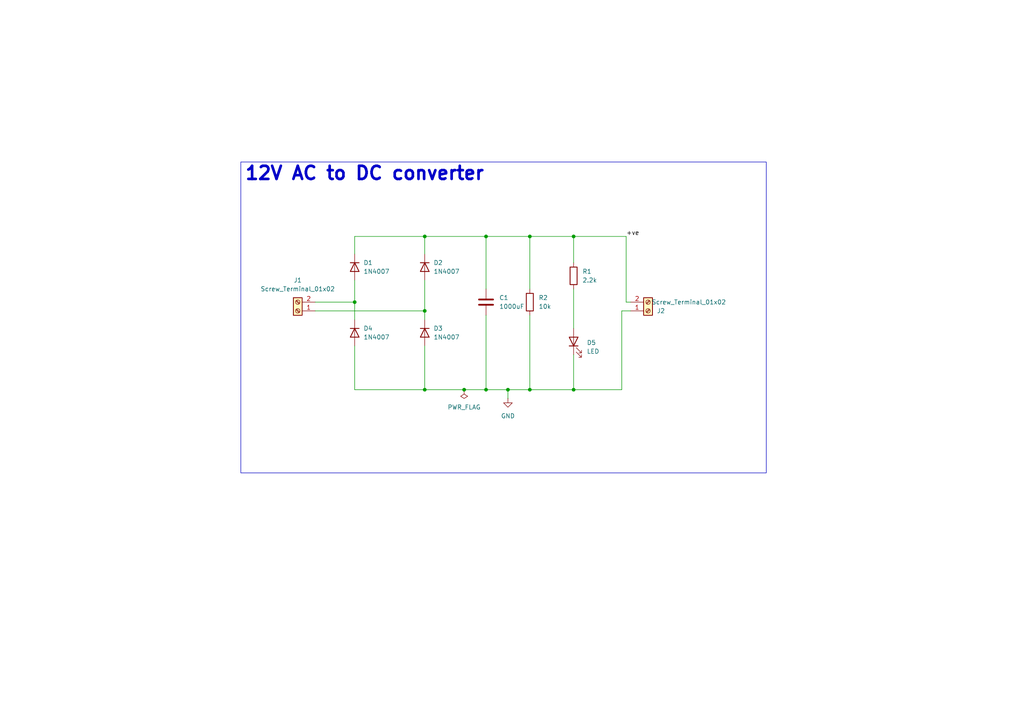
<source format=kicad_sch>
(kicad_sch
	(version 20250114)
	(generator "eeschema")
	(generator_version "9.0")
	(uuid "b3c9fc25-eb2a-4544-8fcf-d8960f14bc2b")
	(paper "A4")
	(title_block
		(title "AC to DC Converter")
		(date "2025-08-29")
		(company "Practice")
	)
	(lib_symbols
		(symbol "Connector:Screw_Terminal_01x02"
			(pin_names
				(offset 1.016)
				(hide yes)
			)
			(exclude_from_sim no)
			(in_bom yes)
			(on_board yes)
			(property "Reference" "J"
				(at 0 2.54 0)
				(effects
					(font
						(size 1.27 1.27)
					)
				)
			)
			(property "Value" "Screw_Terminal_01x02"
				(at 0 -5.08 0)
				(effects
					(font
						(size 1.27 1.27)
					)
				)
			)
			(property "Footprint" ""
				(at 0 0 0)
				(effects
					(font
						(size 1.27 1.27)
					)
					(hide yes)
				)
			)
			(property "Datasheet" "~"
				(at 0 0 0)
				(effects
					(font
						(size 1.27 1.27)
					)
					(hide yes)
				)
			)
			(property "Description" "Generic screw terminal, single row, 01x02, script generated (kicad-library-utils/schlib/autogen/connector/)"
				(at 0 0 0)
				(effects
					(font
						(size 1.27 1.27)
					)
					(hide yes)
				)
			)
			(property "ki_keywords" "screw terminal"
				(at 0 0 0)
				(effects
					(font
						(size 1.27 1.27)
					)
					(hide yes)
				)
			)
			(property "ki_fp_filters" "TerminalBlock*:*"
				(at 0 0 0)
				(effects
					(font
						(size 1.27 1.27)
					)
					(hide yes)
				)
			)
			(symbol "Screw_Terminal_01x02_1_1"
				(rectangle
					(start -1.27 1.27)
					(end 1.27 -3.81)
					(stroke
						(width 0.254)
						(type default)
					)
					(fill
						(type background)
					)
				)
				(polyline
					(pts
						(xy -0.5334 0.3302) (xy 0.3302 -0.508)
					)
					(stroke
						(width 0.1524)
						(type default)
					)
					(fill
						(type none)
					)
				)
				(polyline
					(pts
						(xy -0.5334 -2.2098) (xy 0.3302 -3.048)
					)
					(stroke
						(width 0.1524)
						(type default)
					)
					(fill
						(type none)
					)
				)
				(polyline
					(pts
						(xy -0.3556 0.508) (xy 0.508 -0.3302)
					)
					(stroke
						(width 0.1524)
						(type default)
					)
					(fill
						(type none)
					)
				)
				(polyline
					(pts
						(xy -0.3556 -2.032) (xy 0.508 -2.8702)
					)
					(stroke
						(width 0.1524)
						(type default)
					)
					(fill
						(type none)
					)
				)
				(circle
					(center 0 0)
					(radius 0.635)
					(stroke
						(width 0.1524)
						(type default)
					)
					(fill
						(type none)
					)
				)
				(circle
					(center 0 -2.54)
					(radius 0.635)
					(stroke
						(width 0.1524)
						(type default)
					)
					(fill
						(type none)
					)
				)
				(pin passive line
					(at -5.08 0 0)
					(length 3.81)
					(name "Pin_1"
						(effects
							(font
								(size 1.27 1.27)
							)
						)
					)
					(number "1"
						(effects
							(font
								(size 1.27 1.27)
							)
						)
					)
				)
				(pin passive line
					(at -5.08 -2.54 0)
					(length 3.81)
					(name "Pin_2"
						(effects
							(font
								(size 1.27 1.27)
							)
						)
					)
					(number "2"
						(effects
							(font
								(size 1.27 1.27)
							)
						)
					)
				)
			)
			(embedded_fonts no)
		)
		(symbol "Device:C"
			(pin_numbers
				(hide yes)
			)
			(pin_names
				(offset 0.254)
			)
			(exclude_from_sim no)
			(in_bom yes)
			(on_board yes)
			(property "Reference" "C"
				(at 0.635 2.54 0)
				(effects
					(font
						(size 1.27 1.27)
					)
					(justify left)
				)
			)
			(property "Value" "C"
				(at 0.635 -2.54 0)
				(effects
					(font
						(size 1.27 1.27)
					)
					(justify left)
				)
			)
			(property "Footprint" ""
				(at 0.9652 -3.81 0)
				(effects
					(font
						(size 1.27 1.27)
					)
					(hide yes)
				)
			)
			(property "Datasheet" "~"
				(at 0 0 0)
				(effects
					(font
						(size 1.27 1.27)
					)
					(hide yes)
				)
			)
			(property "Description" "Unpolarized capacitor"
				(at 0 0 0)
				(effects
					(font
						(size 1.27 1.27)
					)
					(hide yes)
				)
			)
			(property "ki_keywords" "cap capacitor"
				(at 0 0 0)
				(effects
					(font
						(size 1.27 1.27)
					)
					(hide yes)
				)
			)
			(property "ki_fp_filters" "C_*"
				(at 0 0 0)
				(effects
					(font
						(size 1.27 1.27)
					)
					(hide yes)
				)
			)
			(symbol "C_0_1"
				(polyline
					(pts
						(xy -2.032 0.762) (xy 2.032 0.762)
					)
					(stroke
						(width 0.508)
						(type default)
					)
					(fill
						(type none)
					)
				)
				(polyline
					(pts
						(xy -2.032 -0.762) (xy 2.032 -0.762)
					)
					(stroke
						(width 0.508)
						(type default)
					)
					(fill
						(type none)
					)
				)
			)
			(symbol "C_1_1"
				(pin passive line
					(at 0 3.81 270)
					(length 2.794)
					(name "~"
						(effects
							(font
								(size 1.27 1.27)
							)
						)
					)
					(number "1"
						(effects
							(font
								(size 1.27 1.27)
							)
						)
					)
				)
				(pin passive line
					(at 0 -3.81 90)
					(length 2.794)
					(name "~"
						(effects
							(font
								(size 1.27 1.27)
							)
						)
					)
					(number "2"
						(effects
							(font
								(size 1.27 1.27)
							)
						)
					)
				)
			)
			(embedded_fonts no)
		)
		(symbol "Device:LED"
			(pin_numbers
				(hide yes)
			)
			(pin_names
				(offset 1.016)
				(hide yes)
			)
			(exclude_from_sim no)
			(in_bom yes)
			(on_board yes)
			(property "Reference" "D"
				(at 0 2.54 0)
				(effects
					(font
						(size 1.27 1.27)
					)
				)
			)
			(property "Value" "LED"
				(at 0 -2.54 0)
				(effects
					(font
						(size 1.27 1.27)
					)
				)
			)
			(property "Footprint" ""
				(at 0 0 0)
				(effects
					(font
						(size 1.27 1.27)
					)
					(hide yes)
				)
			)
			(property "Datasheet" "~"
				(at 0 0 0)
				(effects
					(font
						(size 1.27 1.27)
					)
					(hide yes)
				)
			)
			(property "Description" "Light emitting diode"
				(at 0 0 0)
				(effects
					(font
						(size 1.27 1.27)
					)
					(hide yes)
				)
			)
			(property "Sim.Pins" "1=K 2=A"
				(at 0 0 0)
				(effects
					(font
						(size 1.27 1.27)
					)
					(hide yes)
				)
			)
			(property "ki_keywords" "LED diode"
				(at 0 0 0)
				(effects
					(font
						(size 1.27 1.27)
					)
					(hide yes)
				)
			)
			(property "ki_fp_filters" "LED* LED_SMD:* LED_THT:*"
				(at 0 0 0)
				(effects
					(font
						(size 1.27 1.27)
					)
					(hide yes)
				)
			)
			(symbol "LED_0_1"
				(polyline
					(pts
						(xy -3.048 -0.762) (xy -4.572 -2.286) (xy -3.81 -2.286) (xy -4.572 -2.286) (xy -4.572 -1.524)
					)
					(stroke
						(width 0)
						(type default)
					)
					(fill
						(type none)
					)
				)
				(polyline
					(pts
						(xy -1.778 -0.762) (xy -3.302 -2.286) (xy -2.54 -2.286) (xy -3.302 -2.286) (xy -3.302 -1.524)
					)
					(stroke
						(width 0)
						(type default)
					)
					(fill
						(type none)
					)
				)
				(polyline
					(pts
						(xy -1.27 0) (xy 1.27 0)
					)
					(stroke
						(width 0)
						(type default)
					)
					(fill
						(type none)
					)
				)
				(polyline
					(pts
						(xy -1.27 -1.27) (xy -1.27 1.27)
					)
					(stroke
						(width 0.254)
						(type default)
					)
					(fill
						(type none)
					)
				)
				(polyline
					(pts
						(xy 1.27 -1.27) (xy 1.27 1.27) (xy -1.27 0) (xy 1.27 -1.27)
					)
					(stroke
						(width 0.254)
						(type default)
					)
					(fill
						(type none)
					)
				)
			)
			(symbol "LED_1_1"
				(pin passive line
					(at -3.81 0 0)
					(length 2.54)
					(name "K"
						(effects
							(font
								(size 1.27 1.27)
							)
						)
					)
					(number "1"
						(effects
							(font
								(size 1.27 1.27)
							)
						)
					)
				)
				(pin passive line
					(at 3.81 0 180)
					(length 2.54)
					(name "A"
						(effects
							(font
								(size 1.27 1.27)
							)
						)
					)
					(number "2"
						(effects
							(font
								(size 1.27 1.27)
							)
						)
					)
				)
			)
			(embedded_fonts no)
		)
		(symbol "Device:R"
			(pin_numbers
				(hide yes)
			)
			(pin_names
				(offset 0)
			)
			(exclude_from_sim no)
			(in_bom yes)
			(on_board yes)
			(property "Reference" "R"
				(at 2.032 0 90)
				(effects
					(font
						(size 1.27 1.27)
					)
				)
			)
			(property "Value" "R"
				(at 0 0 90)
				(effects
					(font
						(size 1.27 1.27)
					)
				)
			)
			(property "Footprint" ""
				(at -1.778 0 90)
				(effects
					(font
						(size 1.27 1.27)
					)
					(hide yes)
				)
			)
			(property "Datasheet" "~"
				(at 0 0 0)
				(effects
					(font
						(size 1.27 1.27)
					)
					(hide yes)
				)
			)
			(property "Description" "Resistor"
				(at 0 0 0)
				(effects
					(font
						(size 1.27 1.27)
					)
					(hide yes)
				)
			)
			(property "ki_keywords" "R res resistor"
				(at 0 0 0)
				(effects
					(font
						(size 1.27 1.27)
					)
					(hide yes)
				)
			)
			(property "ki_fp_filters" "R_*"
				(at 0 0 0)
				(effects
					(font
						(size 1.27 1.27)
					)
					(hide yes)
				)
			)
			(symbol "R_0_1"
				(rectangle
					(start -1.016 -2.54)
					(end 1.016 2.54)
					(stroke
						(width 0.254)
						(type default)
					)
					(fill
						(type none)
					)
				)
			)
			(symbol "R_1_1"
				(pin passive line
					(at 0 3.81 270)
					(length 1.27)
					(name "~"
						(effects
							(font
								(size 1.27 1.27)
							)
						)
					)
					(number "1"
						(effects
							(font
								(size 1.27 1.27)
							)
						)
					)
				)
				(pin passive line
					(at 0 -3.81 90)
					(length 1.27)
					(name "~"
						(effects
							(font
								(size 1.27 1.27)
							)
						)
					)
					(number "2"
						(effects
							(font
								(size 1.27 1.27)
							)
						)
					)
				)
			)
			(embedded_fonts no)
		)
		(symbol "Diode:1N4007"
			(pin_numbers
				(hide yes)
			)
			(pin_names
				(hide yes)
			)
			(exclude_from_sim no)
			(in_bom yes)
			(on_board yes)
			(property "Reference" "D"
				(at 0 2.54 0)
				(effects
					(font
						(size 1.27 1.27)
					)
				)
			)
			(property "Value" "1N4007"
				(at 0 -2.54 0)
				(effects
					(font
						(size 1.27 1.27)
					)
				)
			)
			(property "Footprint" "Diode_THT:D_DO-41_SOD81_P10.16mm_Horizontal"
				(at 0 -4.445 0)
				(effects
					(font
						(size 1.27 1.27)
					)
					(hide yes)
				)
			)
			(property "Datasheet" "http://www.vishay.com/docs/88503/1n4001.pdf"
				(at 0 0 0)
				(effects
					(font
						(size 1.27 1.27)
					)
					(hide yes)
				)
			)
			(property "Description" "1000V 1A General Purpose Rectifier Diode, DO-41"
				(at 0 0 0)
				(effects
					(font
						(size 1.27 1.27)
					)
					(hide yes)
				)
			)
			(property "Sim.Device" "D"
				(at 0 0 0)
				(effects
					(font
						(size 1.27 1.27)
					)
					(hide yes)
				)
			)
			(property "Sim.Pins" "1=K 2=A"
				(at 0 0 0)
				(effects
					(font
						(size 1.27 1.27)
					)
					(hide yes)
				)
			)
			(property "ki_keywords" "diode"
				(at 0 0 0)
				(effects
					(font
						(size 1.27 1.27)
					)
					(hide yes)
				)
			)
			(property "ki_fp_filters" "D*DO?41*"
				(at 0 0 0)
				(effects
					(font
						(size 1.27 1.27)
					)
					(hide yes)
				)
			)
			(symbol "1N4007_0_1"
				(polyline
					(pts
						(xy -1.27 1.27) (xy -1.27 -1.27)
					)
					(stroke
						(width 0.254)
						(type default)
					)
					(fill
						(type none)
					)
				)
				(polyline
					(pts
						(xy 1.27 1.27) (xy 1.27 -1.27) (xy -1.27 0) (xy 1.27 1.27)
					)
					(stroke
						(width 0.254)
						(type default)
					)
					(fill
						(type none)
					)
				)
				(polyline
					(pts
						(xy 1.27 0) (xy -1.27 0)
					)
					(stroke
						(width 0)
						(type default)
					)
					(fill
						(type none)
					)
				)
			)
			(symbol "1N4007_1_1"
				(pin passive line
					(at -3.81 0 0)
					(length 2.54)
					(name "K"
						(effects
							(font
								(size 1.27 1.27)
							)
						)
					)
					(number "1"
						(effects
							(font
								(size 1.27 1.27)
							)
						)
					)
				)
				(pin passive line
					(at 3.81 0 180)
					(length 2.54)
					(name "A"
						(effects
							(font
								(size 1.27 1.27)
							)
						)
					)
					(number "2"
						(effects
							(font
								(size 1.27 1.27)
							)
						)
					)
				)
			)
			(embedded_fonts no)
		)
		(symbol "power:GND"
			(power)
			(pin_numbers
				(hide yes)
			)
			(pin_names
				(offset 0)
				(hide yes)
			)
			(exclude_from_sim no)
			(in_bom yes)
			(on_board yes)
			(property "Reference" "#PWR"
				(at 0 -6.35 0)
				(effects
					(font
						(size 1.27 1.27)
					)
					(hide yes)
				)
			)
			(property "Value" "GND"
				(at 0 -3.81 0)
				(effects
					(font
						(size 1.27 1.27)
					)
				)
			)
			(property "Footprint" ""
				(at 0 0 0)
				(effects
					(font
						(size 1.27 1.27)
					)
					(hide yes)
				)
			)
			(property "Datasheet" ""
				(at 0 0 0)
				(effects
					(font
						(size 1.27 1.27)
					)
					(hide yes)
				)
			)
			(property "Description" "Power symbol creates a global label with name \"GND\" , ground"
				(at 0 0 0)
				(effects
					(font
						(size 1.27 1.27)
					)
					(hide yes)
				)
			)
			(property "ki_keywords" "global power"
				(at 0 0 0)
				(effects
					(font
						(size 1.27 1.27)
					)
					(hide yes)
				)
			)
			(symbol "GND_0_1"
				(polyline
					(pts
						(xy 0 0) (xy 0 -1.27) (xy 1.27 -1.27) (xy 0 -2.54) (xy -1.27 -1.27) (xy 0 -1.27)
					)
					(stroke
						(width 0)
						(type default)
					)
					(fill
						(type none)
					)
				)
			)
			(symbol "GND_1_1"
				(pin power_in line
					(at 0 0 270)
					(length 0)
					(name "~"
						(effects
							(font
								(size 1.27 1.27)
							)
						)
					)
					(number "1"
						(effects
							(font
								(size 1.27 1.27)
							)
						)
					)
				)
			)
			(embedded_fonts no)
		)
		(symbol "power:PWR_FLAG"
			(power)
			(pin_numbers
				(hide yes)
			)
			(pin_names
				(offset 0)
				(hide yes)
			)
			(exclude_from_sim no)
			(in_bom yes)
			(on_board yes)
			(property "Reference" "#FLG"
				(at 0 1.905 0)
				(effects
					(font
						(size 1.27 1.27)
					)
					(hide yes)
				)
			)
			(property "Value" "PWR_FLAG"
				(at 0 3.81 0)
				(effects
					(font
						(size 1.27 1.27)
					)
				)
			)
			(property "Footprint" ""
				(at 0 0 0)
				(effects
					(font
						(size 1.27 1.27)
					)
					(hide yes)
				)
			)
			(property "Datasheet" "~"
				(at 0 0 0)
				(effects
					(font
						(size 1.27 1.27)
					)
					(hide yes)
				)
			)
			(property "Description" "Special symbol for telling ERC where power comes from"
				(at 0 0 0)
				(effects
					(font
						(size 1.27 1.27)
					)
					(hide yes)
				)
			)
			(property "ki_keywords" "flag power"
				(at 0 0 0)
				(effects
					(font
						(size 1.27 1.27)
					)
					(hide yes)
				)
			)
			(symbol "PWR_FLAG_0_0"
				(pin power_out line
					(at 0 0 90)
					(length 0)
					(name "~"
						(effects
							(font
								(size 1.27 1.27)
							)
						)
					)
					(number "1"
						(effects
							(font
								(size 1.27 1.27)
							)
						)
					)
				)
			)
			(symbol "PWR_FLAG_0_1"
				(polyline
					(pts
						(xy 0 0) (xy 0 1.27) (xy -1.016 1.905) (xy 0 2.54) (xy 1.016 1.905) (xy 0 1.27)
					)
					(stroke
						(width 0)
						(type default)
					)
					(fill
						(type none)
					)
				)
			)
			(embedded_fonts no)
		)
	)
	(text_box "12V AC to DC converter"
		(exclude_from_sim no)
		(at 69.85 46.99 0)
		(size 152.4 90.17)
		(margins 0.9525 0.9525 0.9525 0.9525)
		(stroke
			(width 0)
			(type solid)
		)
		(fill
			(type none)
		)
		(effects
			(font
				(size 3.81 3.81)
				(thickness 0.762)
				(bold yes)
			)
			(justify left top)
		)
		(uuid "5baaa6d8-7577-4d36-a68f-2c765dc661a2")
	)
	(junction
		(at 102.87 87.63)
		(diameter 0)
		(color 0 0 0 0)
		(uuid "0d982a51-987d-4526-8124-7bdd16427245")
	)
	(junction
		(at 166.37 113.03)
		(diameter 0)
		(color 0 0 0 0)
		(uuid "0ee44cdf-c356-4dac-8713-daa1d1b91dd4")
	)
	(junction
		(at 123.19 90.17)
		(diameter 0)
		(color 0 0 0 0)
		(uuid "15d9e96e-c762-4cf6-8a4b-a788f4834370")
	)
	(junction
		(at 153.67 113.03)
		(diameter 0)
		(color 0 0 0 0)
		(uuid "4ba77c2c-dc88-45dd-a537-dc982a1829ea")
	)
	(junction
		(at 134.62 113.03)
		(diameter 0)
		(color 0 0 0 0)
		(uuid "83b10eae-26a6-4ab1-b0d5-64aa193b7f81")
	)
	(junction
		(at 140.97 113.03)
		(diameter 0)
		(color 0 0 0 0)
		(uuid "9e590f24-add8-42f5-9c7d-8e8f00e130f6")
	)
	(junction
		(at 166.37 68.58)
		(diameter 0)
		(color 0 0 0 0)
		(uuid "a908d328-6f1c-452c-8ae3-5f3688da0992")
	)
	(junction
		(at 140.97 68.58)
		(diameter 0)
		(color 0 0 0 0)
		(uuid "a9737884-493a-4140-b386-85ec3ce0f89b")
	)
	(junction
		(at 123.19 68.58)
		(diameter 0)
		(color 0 0 0 0)
		(uuid "ab5cbaba-88b5-4fb4-87a5-f40474100a55")
	)
	(junction
		(at 147.32 113.03)
		(diameter 0)
		(color 0 0 0 0)
		(uuid "cc780674-b9b3-4ed5-b9fb-0940f7277f77")
	)
	(junction
		(at 153.67 68.58)
		(diameter 0)
		(color 0 0 0 0)
		(uuid "da70ee14-c6f5-4bee-bd93-883b81c48b1c")
	)
	(junction
		(at 123.19 113.03)
		(diameter 0)
		(color 0 0 0 0)
		(uuid "fa8adf86-8a46-414a-a3e8-b4e80ba5377d")
	)
	(wire
		(pts
			(xy 91.44 87.63) (xy 102.87 87.63)
		)
		(stroke
			(width 0)
			(type default)
		)
		(uuid "00440877-8c32-4430-9e3d-6890b173b5f0")
	)
	(wire
		(pts
			(xy 140.97 113.03) (xy 147.32 113.03)
		)
		(stroke
			(width 0)
			(type default)
		)
		(uuid "037b2446-0f62-4859-96af-878611986840")
	)
	(wire
		(pts
			(xy 166.37 76.2) (xy 166.37 68.58)
		)
		(stroke
			(width 0)
			(type default)
		)
		(uuid "2575053e-99aa-4790-987b-d714c0a500a4")
	)
	(wire
		(pts
			(xy 147.32 113.03) (xy 147.32 115.57)
		)
		(stroke
			(width 0)
			(type default)
		)
		(uuid "2fc95ae4-04c0-469e-9562-9f8405d05441")
	)
	(wire
		(pts
			(xy 182.88 87.63) (xy 181.61 87.63)
		)
		(stroke
			(width 0)
			(type default)
		)
		(uuid "3704cba7-4691-4249-9857-23d91816d7c8")
	)
	(wire
		(pts
			(xy 153.67 91.44) (xy 153.67 113.03)
		)
		(stroke
			(width 0)
			(type default)
		)
		(uuid "38fbfcc0-a7bc-40fd-b38d-e34c3ff9094b")
	)
	(wire
		(pts
			(xy 153.67 83.82) (xy 153.67 68.58)
		)
		(stroke
			(width 0)
			(type default)
		)
		(uuid "39e30725-c808-4b29-98da-f8808e5d8dab")
	)
	(wire
		(pts
			(xy 91.44 90.17) (xy 123.19 90.17)
		)
		(stroke
			(width 0)
			(type default)
		)
		(uuid "3f2ee987-366c-4d0c-8943-46be2ab36fdb")
	)
	(wire
		(pts
			(xy 123.19 68.58) (xy 140.97 68.58)
		)
		(stroke
			(width 0)
			(type default)
		)
		(uuid "4c408692-c371-420f-af7e-7cab6b9127ee")
	)
	(wire
		(pts
			(xy 180.34 90.17) (xy 180.34 113.03)
		)
		(stroke
			(width 0)
			(type default)
		)
		(uuid "4fcf35f8-9a50-40cb-aa67-251c93a72fed")
	)
	(wire
		(pts
			(xy 123.19 113.03) (xy 134.62 113.03)
		)
		(stroke
			(width 0)
			(type default)
		)
		(uuid "6f2b9323-0bb2-4f2e-ac1f-65b4267545c3")
	)
	(wire
		(pts
			(xy 102.87 81.28) (xy 102.87 87.63)
		)
		(stroke
			(width 0)
			(type default)
		)
		(uuid "6fa6b84a-de87-46ca-accd-70c09ad8b8de")
	)
	(wire
		(pts
			(xy 147.32 113.03) (xy 153.67 113.03)
		)
		(stroke
			(width 0)
			(type default)
		)
		(uuid "749b5885-c098-45c0-a07d-be791bc6b5d9")
	)
	(wire
		(pts
			(xy 153.67 113.03) (xy 166.37 113.03)
		)
		(stroke
			(width 0)
			(type default)
		)
		(uuid "75a47723-30ad-4bbe-b602-d5b202bfd46d")
	)
	(wire
		(pts
			(xy 134.62 113.03) (xy 140.97 113.03)
		)
		(stroke
			(width 0)
			(type default)
		)
		(uuid "89033e50-8d65-4edd-8fb1-ad5823b934fb")
	)
	(wire
		(pts
			(xy 123.19 90.17) (xy 123.19 92.71)
		)
		(stroke
			(width 0)
			(type default)
		)
		(uuid "8a2f9041-8d55-4967-b4f0-bf18b3af0fa2")
	)
	(wire
		(pts
			(xy 140.97 91.44) (xy 140.97 113.03)
		)
		(stroke
			(width 0)
			(type default)
		)
		(uuid "8cc14171-6e45-4e76-a8e9-9e330dad495d")
	)
	(wire
		(pts
			(xy 102.87 73.66) (xy 102.87 68.58)
		)
		(stroke
			(width 0)
			(type default)
		)
		(uuid "8ecb9c0d-8571-455a-8272-3895843a4119")
	)
	(wire
		(pts
			(xy 123.19 81.28) (xy 123.19 90.17)
		)
		(stroke
			(width 0)
			(type default)
		)
		(uuid "90b69913-b960-486f-97ba-13d23d319a25")
	)
	(wire
		(pts
			(xy 102.87 113.03) (xy 123.19 113.03)
		)
		(stroke
			(width 0)
			(type default)
		)
		(uuid "94daab9b-134e-493d-b5d8-281e0b5ef0fb")
	)
	(wire
		(pts
			(xy 140.97 83.82) (xy 140.97 68.58)
		)
		(stroke
			(width 0)
			(type default)
		)
		(uuid "99aa2f92-ba24-44fd-aaf6-c2996da66ac4")
	)
	(wire
		(pts
			(xy 102.87 87.63) (xy 102.87 92.71)
		)
		(stroke
			(width 0)
			(type default)
		)
		(uuid "9d78a133-53dc-4d7e-84cf-987ca213d4e7")
	)
	(wire
		(pts
			(xy 166.37 102.87) (xy 166.37 113.03)
		)
		(stroke
			(width 0)
			(type default)
		)
		(uuid "a9a0773b-08d2-41a5-b657-2dfc6c57a397")
	)
	(wire
		(pts
			(xy 182.88 90.17) (xy 180.34 90.17)
		)
		(stroke
			(width 0)
			(type default)
		)
		(uuid "b9f1e017-0fc7-4149-b41e-75a383849981")
	)
	(wire
		(pts
			(xy 166.37 113.03) (xy 180.34 113.03)
		)
		(stroke
			(width 0)
			(type default)
		)
		(uuid "bda1c178-8219-4fa6-ac1f-61b18fcff29f")
	)
	(wire
		(pts
			(xy 153.67 68.58) (xy 166.37 68.58)
		)
		(stroke
			(width 0)
			(type default)
		)
		(uuid "c138d5f5-1df6-4885-8efb-19aec908c180")
	)
	(wire
		(pts
			(xy 181.61 87.63) (xy 181.61 68.58)
		)
		(stroke
			(width 0)
			(type default)
		)
		(uuid "d2cb462c-824e-45e1-b38a-2c3d26936160")
	)
	(wire
		(pts
			(xy 102.87 68.58) (xy 123.19 68.58)
		)
		(stroke
			(width 0)
			(type default)
		)
		(uuid "d87c6133-ba37-4f24-9ce0-2a8d15394090")
	)
	(wire
		(pts
			(xy 181.61 68.58) (xy 166.37 68.58)
		)
		(stroke
			(width 0)
			(type default)
		)
		(uuid "e12a0fec-529a-4372-8560-de6f1d6311d8")
	)
	(wire
		(pts
			(xy 123.19 100.33) (xy 123.19 113.03)
		)
		(stroke
			(width 0)
			(type default)
		)
		(uuid "e9de6d53-d544-4b62-b378-84ea69d93338")
	)
	(wire
		(pts
			(xy 123.19 68.58) (xy 123.19 73.66)
		)
		(stroke
			(width 0)
			(type default)
		)
		(uuid "eba6d2b6-5cec-4b5c-bc74-3ceed13d4abb")
	)
	(wire
		(pts
			(xy 140.97 68.58) (xy 153.67 68.58)
		)
		(stroke
			(width 0)
			(type default)
		)
		(uuid "f3cf0a45-2fa1-4d89-9468-47c3ac78ca24")
	)
	(wire
		(pts
			(xy 166.37 83.82) (xy 166.37 95.25)
		)
		(stroke
			(width 0)
			(type default)
		)
		(uuid "fd82d34f-2d9b-4df2-8f42-08ff74514447")
	)
	(wire
		(pts
			(xy 102.87 100.33) (xy 102.87 113.03)
		)
		(stroke
			(width 0)
			(type default)
		)
		(uuid "ff5fe769-d511-4997-ab87-9a8af06e647a")
	)
	(label "+ve"
		(at 181.61 68.58 0)
		(effects
			(font
				(size 1.27 1.27)
			)
			(justify left bottom)
		)
		(uuid "0584351d-e146-4881-aa0a-f3e9c30b6094")
	)
	(symbol
		(lib_id "power:GND")
		(at 147.32 115.57 0)
		(unit 1)
		(exclude_from_sim no)
		(in_bom yes)
		(on_board yes)
		(dnp no)
		(fields_autoplaced yes)
		(uuid "10a958a6-5a75-4901-9290-cb251ceed537")
		(property "Reference" "#PWR01"
			(at 147.32 121.92 0)
			(effects
				(font
					(size 1.27 1.27)
				)
				(hide yes)
			)
		)
		(property "Value" "GND"
			(at 147.32 120.65 0)
			(effects
				(font
					(size 1.27 1.27)
				)
			)
		)
		(property "Footprint" ""
			(at 147.32 115.57 0)
			(effects
				(font
					(size 1.27 1.27)
				)
				(hide yes)
			)
		)
		(property "Datasheet" ""
			(at 147.32 115.57 0)
			(effects
				(font
					(size 1.27 1.27)
				)
				(hide yes)
			)
		)
		(property "Description" "Power symbol creates a global label with name \"GND\" , ground"
			(at 147.32 115.57 0)
			(effects
				(font
					(size 1.27 1.27)
				)
				(hide yes)
			)
		)
		(pin "1"
			(uuid "1788f285-52ee-43ec-9042-81d83002d2a7")
		)
		(instances
			(project ""
				(path "/b3c9fc25-eb2a-4544-8fcf-d8960f14bc2b"
					(reference "#PWR01")
					(unit 1)
				)
			)
		)
	)
	(symbol
		(lib_id "Device:LED")
		(at 166.37 99.06 90)
		(unit 1)
		(exclude_from_sim no)
		(in_bom yes)
		(on_board yes)
		(dnp no)
		(fields_autoplaced yes)
		(uuid "1a14ba6e-2c07-4e08-86ca-65c189e8b301")
		(property "Reference" "D5"
			(at 170.18 99.3774 90)
			(effects
				(font
					(size 1.27 1.27)
				)
				(justify right)
			)
		)
		(property "Value" "LED"
			(at 170.18 101.9174 90)
			(effects
				(font
					(size 1.27 1.27)
				)
				(justify right)
			)
		)
		(property "Footprint" "LED_THT:LED_D5.0mm"
			(at 166.37 99.06 0)
			(effects
				(font
					(size 1.27 1.27)
				)
				(hide yes)
			)
		)
		(property "Datasheet" "~"
			(at 166.37 99.06 0)
			(effects
				(font
					(size 1.27 1.27)
				)
				(hide yes)
			)
		)
		(property "Description" "Light emitting diode"
			(at 166.37 99.06 0)
			(effects
				(font
					(size 1.27 1.27)
				)
				(hide yes)
			)
		)
		(property "Sim.Pins" "1=K 2=A"
			(at 166.37 99.06 0)
			(effects
				(font
					(size 1.27 1.27)
				)
				(hide yes)
			)
		)
		(pin "2"
			(uuid "d1b1ea94-f493-4f23-9f97-6fea59409632")
		)
		(pin "1"
			(uuid "2653bc47-329a-4910-bd0e-4752360d57f9")
		)
		(instances
			(project ""
				(path "/b3c9fc25-eb2a-4544-8fcf-d8960f14bc2b"
					(reference "D5")
					(unit 1)
				)
			)
		)
	)
	(symbol
		(lib_id "power:PWR_FLAG")
		(at 134.62 113.03 180)
		(unit 1)
		(exclude_from_sim no)
		(in_bom yes)
		(on_board yes)
		(dnp no)
		(fields_autoplaced yes)
		(uuid "27b0044f-6818-4239-9dd2-90a358853770")
		(property "Reference" "#FLG01"
			(at 134.62 114.935 0)
			(effects
				(font
					(size 1.27 1.27)
				)
				(hide yes)
			)
		)
		(property "Value" "PWR_FLAG"
			(at 134.62 118.11 0)
			(effects
				(font
					(size 1.27 1.27)
				)
			)
		)
		(property "Footprint" ""
			(at 134.62 113.03 0)
			(effects
				(font
					(size 1.27 1.27)
				)
				(hide yes)
			)
		)
		(property "Datasheet" "~"
			(at 134.62 113.03 0)
			(effects
				(font
					(size 1.27 1.27)
				)
				(hide yes)
			)
		)
		(property "Description" "Special symbol for telling ERC where power comes from"
			(at 134.62 113.03 0)
			(effects
				(font
					(size 1.27 1.27)
				)
				(hide yes)
			)
		)
		(pin "1"
			(uuid "185d28e0-71f7-4d5e-92fc-59e5106fb255")
		)
		(instances
			(project ""
				(path "/b3c9fc25-eb2a-4544-8fcf-d8960f14bc2b"
					(reference "#FLG01")
					(unit 1)
				)
			)
		)
	)
	(symbol
		(lib_id "Diode:1N4007")
		(at 123.19 77.47 270)
		(unit 1)
		(exclude_from_sim no)
		(in_bom yes)
		(on_board yes)
		(dnp no)
		(fields_autoplaced yes)
		(uuid "3cdde18a-4238-40db-9d7f-83675d9d12f2")
		(property "Reference" "D2"
			(at 125.73 76.1999 90)
			(effects
				(font
					(size 1.27 1.27)
				)
				(justify left)
			)
		)
		(property "Value" "1N4007"
			(at 125.73 78.7399 90)
			(effects
				(font
					(size 1.27 1.27)
				)
				(justify left)
			)
		)
		(property "Footprint" "Diode_THT:D_DO-41_SOD81_P10.16mm_Horizontal"
			(at 118.745 77.47 0)
			(effects
				(font
					(size 1.27 1.27)
				)
				(hide yes)
			)
		)
		(property "Datasheet" "http://www.vishay.com/docs/88503/1n4001.pdf"
			(at 123.19 77.47 0)
			(effects
				(font
					(size 1.27 1.27)
				)
				(hide yes)
			)
		)
		(property "Description" "1000V 1A General Purpose Rectifier Diode, DO-41"
			(at 123.19 77.47 0)
			(effects
				(font
					(size 1.27 1.27)
				)
				(hide yes)
			)
		)
		(property "Sim.Device" "D"
			(at 123.19 77.47 0)
			(effects
				(font
					(size 1.27 1.27)
				)
				(hide yes)
			)
		)
		(property "Sim.Pins" "1=K 2=A"
			(at 123.19 77.47 0)
			(effects
				(font
					(size 1.27 1.27)
				)
				(hide yes)
			)
		)
		(pin "1"
			(uuid "69ac5450-21c0-4550-9222-244b66251b24")
		)
		(pin "2"
			(uuid "81405c8e-59c2-4644-85d0-46740ad97889")
		)
		(instances
			(project "AC_to_DC_converter"
				(path "/b3c9fc25-eb2a-4544-8fcf-d8960f14bc2b"
					(reference "D2")
					(unit 1)
				)
			)
		)
	)
	(symbol
		(lib_id "Diode:1N4007")
		(at 123.19 96.52 270)
		(unit 1)
		(exclude_from_sim no)
		(in_bom yes)
		(on_board yes)
		(dnp no)
		(fields_autoplaced yes)
		(uuid "46e555d3-1408-406d-aec4-66e891b8e530")
		(property "Reference" "D3"
			(at 125.73 95.2499 90)
			(effects
				(font
					(size 1.27 1.27)
				)
				(justify left)
			)
		)
		(property "Value" "1N4007"
			(at 125.73 97.7899 90)
			(effects
				(font
					(size 1.27 1.27)
				)
				(justify left)
			)
		)
		(property "Footprint" "Diode_THT:D_DO-41_SOD81_P10.16mm_Horizontal"
			(at 118.745 96.52 0)
			(effects
				(font
					(size 1.27 1.27)
				)
				(hide yes)
			)
		)
		(property "Datasheet" "http://www.vishay.com/docs/88503/1n4001.pdf"
			(at 123.19 96.52 0)
			(effects
				(font
					(size 1.27 1.27)
				)
				(hide yes)
			)
		)
		(property "Description" "1000V 1A General Purpose Rectifier Diode, DO-41"
			(at 123.19 96.52 0)
			(effects
				(font
					(size 1.27 1.27)
				)
				(hide yes)
			)
		)
		(property "Sim.Device" "D"
			(at 123.19 96.52 0)
			(effects
				(font
					(size 1.27 1.27)
				)
				(hide yes)
			)
		)
		(property "Sim.Pins" "1=K 2=A"
			(at 123.19 96.52 0)
			(effects
				(font
					(size 1.27 1.27)
				)
				(hide yes)
			)
		)
		(pin "1"
			(uuid "fefbd144-b278-474b-bdc2-47b1759e9685")
		)
		(pin "2"
			(uuid "6f9291ae-2a04-4fe8-a05a-9f8a85f8a790")
		)
		(instances
			(project "AC_to_DC_converter"
				(path "/b3c9fc25-eb2a-4544-8fcf-d8960f14bc2b"
					(reference "D3")
					(unit 1)
				)
			)
		)
	)
	(symbol
		(lib_id "Device:R")
		(at 166.37 80.01 0)
		(unit 1)
		(exclude_from_sim no)
		(in_bom yes)
		(on_board yes)
		(dnp no)
		(fields_autoplaced yes)
		(uuid "49d14eb5-583d-4b5e-b9f6-aaf8bea98143")
		(property "Reference" "R1"
			(at 168.91 78.7399 0)
			(effects
				(font
					(size 1.27 1.27)
				)
				(justify left)
			)
		)
		(property "Value" "2.2k"
			(at 168.91 81.2799 0)
			(effects
				(font
					(size 1.27 1.27)
				)
				(justify left)
			)
		)
		(property "Footprint" "Resistor_THT:R_Axial_DIN0207_L6.3mm_D2.5mm_P7.62mm_Horizontal"
			(at 164.592 80.01 90)
			(effects
				(font
					(size 1.27 1.27)
				)
				(hide yes)
			)
		)
		(property "Datasheet" "~"
			(at 166.37 80.01 0)
			(effects
				(font
					(size 1.27 1.27)
				)
				(hide yes)
			)
		)
		(property "Description" "Resistor"
			(at 166.37 80.01 0)
			(effects
				(font
					(size 1.27 1.27)
				)
				(hide yes)
			)
		)
		(pin "2"
			(uuid "7fdfea11-f4ce-4872-a9cf-b911ee63f0a0")
		)
		(pin "1"
			(uuid "bc0b98cc-6087-4174-a9b6-794eb03441ee")
		)
		(instances
			(project ""
				(path "/b3c9fc25-eb2a-4544-8fcf-d8960f14bc2b"
					(reference "R1")
					(unit 1)
				)
			)
		)
	)
	(symbol
		(lib_id "Diode:1N4007")
		(at 102.87 96.52 270)
		(unit 1)
		(exclude_from_sim no)
		(in_bom yes)
		(on_board yes)
		(dnp no)
		(fields_autoplaced yes)
		(uuid "4e760579-7512-4dcd-a5d5-fe1240d1bd63")
		(property "Reference" "D4"
			(at 105.41 95.2499 90)
			(effects
				(font
					(size 1.27 1.27)
				)
				(justify left)
			)
		)
		(property "Value" "1N4007"
			(at 105.41 97.7899 90)
			(effects
				(font
					(size 1.27 1.27)
				)
				(justify left)
			)
		)
		(property "Footprint" "Diode_THT:D_DO-41_SOD81_P10.16mm_Horizontal"
			(at 98.425 96.52 0)
			(effects
				(font
					(size 1.27 1.27)
				)
				(hide yes)
			)
		)
		(property "Datasheet" "http://www.vishay.com/docs/88503/1n4001.pdf"
			(at 102.87 96.52 0)
			(effects
				(font
					(size 1.27 1.27)
				)
				(hide yes)
			)
		)
		(property "Description" "1000V 1A General Purpose Rectifier Diode, DO-41"
			(at 102.87 96.52 0)
			(effects
				(font
					(size 1.27 1.27)
				)
				(hide yes)
			)
		)
		(property "Sim.Device" "D"
			(at 102.87 96.52 0)
			(effects
				(font
					(size 1.27 1.27)
				)
				(hide yes)
			)
		)
		(property "Sim.Pins" "1=K 2=A"
			(at 102.87 96.52 0)
			(effects
				(font
					(size 1.27 1.27)
				)
				(hide yes)
			)
		)
		(pin "1"
			(uuid "fa1844ac-9e2d-4ff0-b9e5-2c3fabc44cf5")
		)
		(pin "2"
			(uuid "c180555d-3235-415d-b3d9-b982dac20387")
		)
		(instances
			(project "AC_to_DC_converter"
				(path "/b3c9fc25-eb2a-4544-8fcf-d8960f14bc2b"
					(reference "D4")
					(unit 1)
				)
			)
		)
	)
	(symbol
		(lib_id "Device:R")
		(at 153.67 87.63 0)
		(unit 1)
		(exclude_from_sim no)
		(in_bom yes)
		(on_board yes)
		(dnp no)
		(fields_autoplaced yes)
		(uuid "570cdc0b-edb4-4840-a324-c327280e3556")
		(property "Reference" "R2"
			(at 156.21 86.3599 0)
			(effects
				(font
					(size 1.27 1.27)
				)
				(justify left)
			)
		)
		(property "Value" "10k"
			(at 156.21 88.8999 0)
			(effects
				(font
					(size 1.27 1.27)
				)
				(justify left)
			)
		)
		(property "Footprint" "Resistor_THT:R_Axial_DIN0207_L6.3mm_D2.5mm_P7.62mm_Horizontal"
			(at 151.892 87.63 90)
			(effects
				(font
					(size 1.27 1.27)
				)
				(hide yes)
			)
		)
		(property "Datasheet" "~"
			(at 153.67 87.63 0)
			(effects
				(font
					(size 1.27 1.27)
				)
				(hide yes)
			)
		)
		(property "Description" "Resistor"
			(at 153.67 87.63 0)
			(effects
				(font
					(size 1.27 1.27)
				)
				(hide yes)
			)
		)
		(pin "2"
			(uuid "3bba52c9-ef38-4ba6-8415-514ba3466f06")
		)
		(pin "1"
			(uuid "b9e89516-9354-4f10-a659-f97c6780a50e")
		)
		(instances
			(project "AC_to_DC_converter"
				(path "/b3c9fc25-eb2a-4544-8fcf-d8960f14bc2b"
					(reference "R2")
					(unit 1)
				)
			)
		)
	)
	(symbol
		(lib_id "Connector:Screw_Terminal_01x02")
		(at 187.96 90.17 0)
		(mirror x)
		(unit 1)
		(exclude_from_sim no)
		(in_bom yes)
		(on_board yes)
		(dnp no)
		(uuid "61a1b77d-5f6a-4561-98c6-a41a3030aa56")
		(property "Reference" "J2"
			(at 190.5 90.1701 0)
			(effects
				(font
					(size 1.27 1.27)
				)
				(justify left)
			)
		)
		(property "Value" "Screw_Terminal_01x02"
			(at 188.976 87.63 0)
			(effects
				(font
					(size 1.27 1.27)
				)
				(justify left)
			)
		)
		(property "Footprint" "TerminalBlock:TerminalBlock_bornier-2_P5.08mm"
			(at 187.96 90.17 0)
			(effects
				(font
					(size 1.27 1.27)
				)
				(hide yes)
			)
		)
		(property "Datasheet" "~"
			(at 187.96 90.17 0)
			(effects
				(font
					(size 1.27 1.27)
				)
				(hide yes)
			)
		)
		(property "Description" "Generic screw terminal, single row, 01x02, script generated (kicad-library-utils/schlib/autogen/connector/)"
			(at 187.96 90.17 0)
			(effects
				(font
					(size 1.27 1.27)
				)
				(hide yes)
			)
		)
		(pin "1"
			(uuid "e8f89421-9ca8-49d7-b5a6-c0f20ec55d9a")
		)
		(pin "2"
			(uuid "30872d7b-8bb9-4e73-a870-c5ad215487fe")
		)
		(instances
			(project "AC_to_DC_converter"
				(path "/b3c9fc25-eb2a-4544-8fcf-d8960f14bc2b"
					(reference "J2")
					(unit 1)
				)
			)
		)
	)
	(symbol
		(lib_id "Connector:Screw_Terminal_01x02")
		(at 86.36 90.17 180)
		(unit 1)
		(exclude_from_sim no)
		(in_bom yes)
		(on_board yes)
		(dnp no)
		(fields_autoplaced yes)
		(uuid "95ce2a08-9c9e-4ff9-8727-000adc955192")
		(property "Reference" "J1"
			(at 86.36 81.28 0)
			(effects
				(font
					(size 1.27 1.27)
				)
			)
		)
		(property "Value" "Screw_Terminal_01x02"
			(at 86.36 83.82 0)
			(effects
				(font
					(size 1.27 1.27)
				)
			)
		)
		(property "Footprint" "TerminalBlock:TerminalBlock_bornier-2_P5.08mm"
			(at 86.36 90.17 0)
			(effects
				(font
					(size 1.27 1.27)
				)
				(hide yes)
			)
		)
		(property "Datasheet" "~"
			(at 86.36 90.17 0)
			(effects
				(font
					(size 1.27 1.27)
				)
				(hide yes)
			)
		)
		(property "Description" "Generic screw terminal, single row, 01x02, script generated (kicad-library-utils/schlib/autogen/connector/)"
			(at 86.36 90.17 0)
			(effects
				(font
					(size 1.27 1.27)
				)
				(hide yes)
			)
		)
		(pin "1"
			(uuid "91a4e85c-d482-422e-b175-73c6c3b8da5f")
		)
		(pin "2"
			(uuid "2708cd4c-7449-4202-9945-c7d11df15e15")
		)
		(instances
			(project ""
				(path "/b3c9fc25-eb2a-4544-8fcf-d8960f14bc2b"
					(reference "J1")
					(unit 1)
				)
			)
		)
	)
	(symbol
		(lib_id "Diode:1N4007")
		(at 102.87 77.47 270)
		(unit 1)
		(exclude_from_sim no)
		(in_bom yes)
		(on_board yes)
		(dnp no)
		(fields_autoplaced yes)
		(uuid "98de1668-9d56-43d5-9ff6-18f6d844c3ee")
		(property "Reference" "D1"
			(at 105.41 76.1999 90)
			(effects
				(font
					(size 1.27 1.27)
				)
				(justify left)
			)
		)
		(property "Value" "1N4007"
			(at 105.41 78.7399 90)
			(effects
				(font
					(size 1.27 1.27)
				)
				(justify left)
			)
		)
		(property "Footprint" "Diode_THT:D_DO-41_SOD81_P10.16mm_Horizontal"
			(at 98.425 77.47 0)
			(effects
				(font
					(size 1.27 1.27)
				)
				(hide yes)
			)
		)
		(property "Datasheet" "http://www.vishay.com/docs/88503/1n4001.pdf"
			(at 102.87 77.47 0)
			(effects
				(font
					(size 1.27 1.27)
				)
				(hide yes)
			)
		)
		(property "Description" "1000V 1A General Purpose Rectifier Diode, DO-41"
			(at 102.87 77.47 0)
			(effects
				(font
					(size 1.27 1.27)
				)
				(hide yes)
			)
		)
		(property "Sim.Device" "D"
			(at 102.87 77.47 0)
			(effects
				(font
					(size 1.27 1.27)
				)
				(hide yes)
			)
		)
		(property "Sim.Pins" "1=K 2=A"
			(at 102.87 77.47 0)
			(effects
				(font
					(size 1.27 1.27)
				)
				(hide yes)
			)
		)
		(pin "1"
			(uuid "d2dc3710-9874-4204-adc0-eceec73cee22")
		)
		(pin "2"
			(uuid "306416a1-4509-404a-89a3-b73faaca6eab")
		)
		(instances
			(project ""
				(path "/b3c9fc25-eb2a-4544-8fcf-d8960f14bc2b"
					(reference "D1")
					(unit 1)
				)
			)
		)
	)
	(symbol
		(lib_id "Device:C")
		(at 140.97 87.63 0)
		(unit 1)
		(exclude_from_sim no)
		(in_bom yes)
		(on_board yes)
		(dnp no)
		(uuid "ba472f89-4919-472c-82ea-596c7d681ab2")
		(property "Reference" "C1"
			(at 144.78 86.3599 0)
			(effects
				(font
					(size 1.27 1.27)
				)
				(justify left)
			)
		)
		(property "Value" "1000uF"
			(at 144.78 88.8999 0)
			(effects
				(font
					(size 1.27 1.27)
				)
				(justify left)
			)
		)
		(property "Footprint" "Capacitor_THT:CP_Radial_D8.0mm_P3.80mm"
			(at 141.9352 91.44 0)
			(effects
				(font
					(size 1.27 1.27)
				)
				(hide yes)
			)
		)
		(property "Datasheet" "~"
			(at 140.97 87.63 0)
			(effects
				(font
					(size 1.27 1.27)
				)
				(hide yes)
			)
		)
		(property "Description" "Unpolarized capacitor"
			(at 140.97 87.63 0)
			(effects
				(font
					(size 1.27 1.27)
				)
				(hide yes)
			)
		)
		(pin "2"
			(uuid "75dc7b8a-7bb8-443f-9d84-c6f4dfc68535")
		)
		(pin "1"
			(uuid "6abb64a8-2d22-4d1e-b448-b9773a5018dc")
		)
		(instances
			(project ""
				(path "/b3c9fc25-eb2a-4544-8fcf-d8960f14bc2b"
					(reference "C1")
					(unit 1)
				)
			)
		)
	)
	(sheet_instances
		(path "/"
			(page "1")
		)
	)
	(embedded_fonts no)
)

</source>
